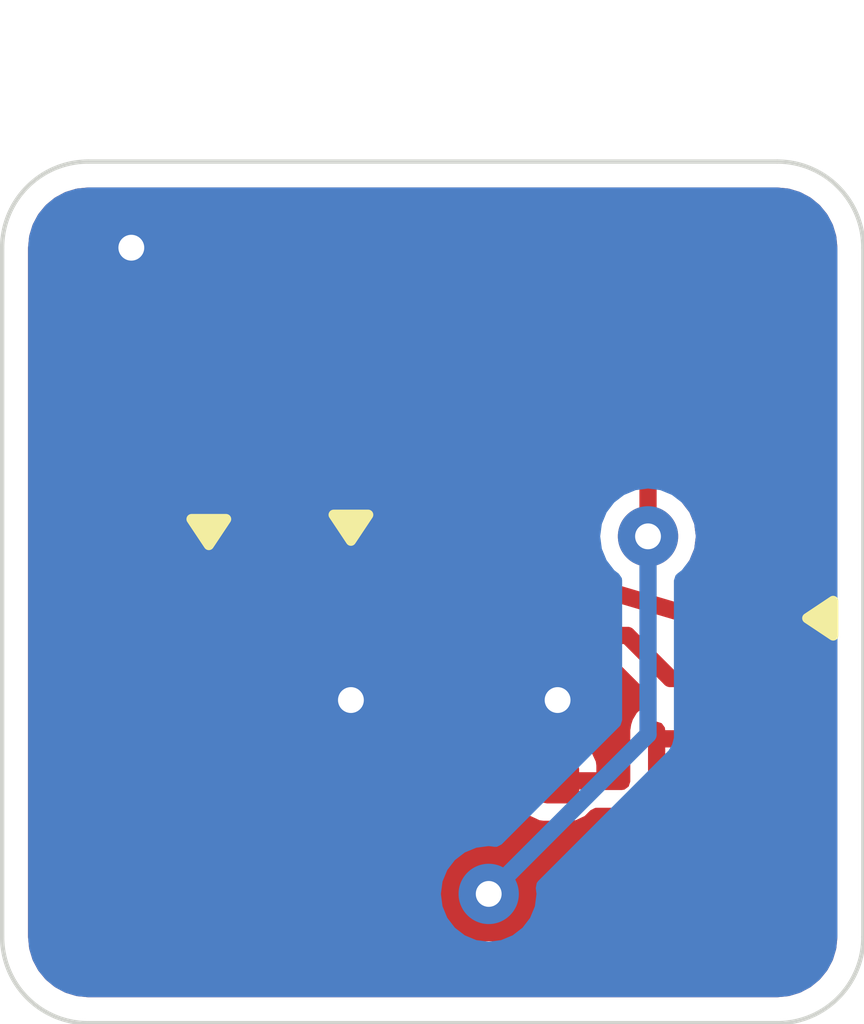
<source format=kicad_pcb>
(kicad_pcb (version 20240108) (generator "pcbnew") (generator_version "8.0")
  (layers (0 "F.Cu" signal) (31 "B.Cu" signal) (34 "B.Paste" user) (35 "F.Paste" user) (36 "B.SilkS" user "B.Silkscreen") (37 "F.SilkS" user "F.Silkscreen") (38 "B.Mask" user) (39 "F.Mask" user) (44 "Edge.Cuts" user))
  (net 0 "")
  (net 1 "GND")
  (net 4 "3.3V")
  (net 5 "SCL")
  (net 6 "SDA")
  (footprint "1projectfootprints:GCT_BC034-08-A-V-0150-L-C" (layer "F.Cu") (at 150.5 86.05)
    (property "Reference" "CONN1" (hide yes))
    (property "Value" "Conn_01x08_Pin" (hide yes))
    (pad "1" smd roundrect (at -3.5 0) (size 0.5 2) (layers "F.Cu" "F.Paste" "F.Mask") (net 1 "GND"))
    (pad "2" smd roundrect (at -2.5 0) (size 0.5 2) (layers "F.Cu" "F.Paste" "F.Mask") (net 4 "3.3V"))
    (pad "3" smd roundrect (at -1.5 0) (size 0.5 2) (layers "F.Cu" "F.Paste" "F.Mask") (net 5 "SCL"))
    (pad "4" smd roundrect (at -0.5 0) (size 0.5 2) (layers "F.Cu" "F.Paste" "F.Mask") (net 6 "SDA"))
    (pad "5" smd roundrect (at 0.5 0) (size 0.5 2) (layers "F.Cu" "F.Paste" "F.Mask") (net 6 "SDA"))
    (pad "6" smd roundrect (at 1.5 0) (size 0.5 2) (layers "F.Cu" "F.Paste" "F.Mask") (net 5 "SCL"))
    (pad "7" smd roundrect (at 2.5 0) (size 0.5 2) (layers "F.Cu" "F.Paste" "F.Mask") (net 4 "3.3V"))
    (pad "8" smd roundrect (at 3.5 0) (size 0.5 2) (layers "F.Cu" "F.Paste" "F.Mask") (net 1 "GND"))
  )
  (footprint "1projectfootprints:TSL2591" (layer "F.Cu") (at 147.25 89.3 -90)
    (property "Reference" "IC3" (hide yes))
    (property "Value" "TSL25911FN" (hide yes))
    (fp_poly (pts (xy -1.85 -0.45) (xy -1.85 -0.85) (xy -1.55 -0.65)) (stroke (width 0.12)) (fill solid) (layer "F.SilkS"))
    (pad "1" smd roundrect (at -0.75 -0.65 270) (size 1.2 0.35) (layers "F.Cu" "F.Paste" "F.Mask") (roundrect_rratio 0.2) (net 5 "SCL"))
    (pad "2" smd roundrect (at -0.75 0 270) (size 1.2 0.35) (layers "F.Cu" "F.Paste" "F.Mask") (roundrect_rratio 0.2))
    (pad "3" smd roundrect (at -0.75 0.65 270) (size 1.2 0.35) (layers "F.Cu" "F.Paste" "F.Mask") (roundrect_rratio 0.2) (net 1 "GND"))
    (pad "4" smd roundrect (at 0.75 0.65 270) (size 1.2 0.35) (layers "F.Cu" "F.Paste" "F.Mask") (roundrect_rratio 0.2))
    (pad "5" smd roundrect (at 0.75 0 270) (size 1.2 0.35) (layers "F.Cu" "F.Paste" "F.Mask") (roundrect_rratio 0.2) (net 4 "3.3V"))
    (pad "6" smd roundrect (at 0.75 -0.65 270) (size 1.2 0.35) (layers "F.Cu" "F.Paste" "F.Mask") (roundrect_rratio 0.2) (net 6 "SDA"))
  )
  (footprint "1projectfootprints:BME68X" (layer "F.Cu") (at 150.75 89.3)
    (property "Reference" "IC1" (hide yes))
    (property "Value" "BME690" (hide yes))
    (fp_poly (pts (xy -1.4 -1.9) (xy -1 -1.9) (xy -1.2 -1.6)) (stroke (width 0.12)) (fill solid) (layer "F.SilkS"))
    (pad "1" smd roundrect (at -1.2 -1.1875) (size 0.5 0.525) (layers "F.Cu" "F.Paste" "F.Mask") (net 1 "GND"))
    (pad "2" smd roundrect (at -0.4 -1.1875) (size 0.5 0.525) (layers "F.Cu" "F.Paste" "F.Mask") (net 4 "3.3V"))
    (pad "3" smd roundrect (at 0.4 -1.1875) (size 0.5 0.525) (layers "F.Cu" "F.Paste" "F.Mask") (net 6 "SDA"))
    (pad "4" smd roundrect (at 1.2 -1.1875) (size 0.5 0.525) (layers "F.Cu" "F.Paste" "F.Mask") (net 5 "SCL"))
    (pad "5" smd roundrect (at 1.2 1.1875) (size 0.5 0.525) (layers "F.Cu" "F.Paste" "F.Mask") (net 1 "GND"))
    (pad "6" smd roundrect (at 0.4 1.1875) (size 0.5 0.525) (layers "F.Cu" "F.Paste" "F.Mask") (net 4 "3.3V"))
    (pad "7" smd roundrect (at -0.4 1.1875) (size 0.5 0.525) (layers "F.Cu" "F.Paste" "F.Mask") (net 1 "GND"))
    (pad "8" smd roundrect (at -1.2 1.1875) (size 0.5 0.525) (layers "F.Cu" "F.Paste" "F.Mask") (net 4 "3.3V"))
  )
  (footprint "1projectfootprints:SHT4X" (layer "F.Cu") (at 154 89.3 -90)
    (property "Reference" "IC2" (hide yes))
    (property "Value" "SHT40-BD1B-R2" (hide yes))
    (fp_poly (pts (xy -0.9 -1.15) (xy -0.5 -1.15) (xy -0.7 -0.85)) (stroke (width 0.12)) (fill solid) (layer "F.SilkS"))
    (pad "1" smd roundrect (at -0.7 -0.4 270) (size 0.6 0.4) (layers "F.Cu" "F.Paste" "F.Mask") (roundrect_rratio 0.2) (net 6 "SDA"))
    (pad "2" smd roundrect (at -0.7 0.4 270) (size 0.6 0.4) (layers "F.Cu" "F.Paste" "F.Mask") (roundrect_rratio 0.2) (net 5 "SCL"))
    (pad "3" smd roundrect (at 0.7 0.4 270) (size 0.6 0.4) (layers "F.Cu" "F.Paste" "F.Mask") (roundrect_rratio 0.2) (net 4 "3.3V"))
    (pad "4" smd roundrect (at 0.7 -0.4 270) (size 0.6 0.4) (layers "F.Cu" "F.Paste" "F.Mask") (roundrect_rratio 0.2) (net 1 "GND"))
  )
  (footprint "1projectfootprints:C_0603_nominal" (layer "F.Cu") (at 147.5 91.8 180)
    (property "Reference" "C2" (hide yes))
    (property "Value" "100nF" (hide yes))
    (pad "1" smd roundrect (at -0.75 0 180) (size 0.88 0.98) (layers "F.Cu" "F.Paste" "F.Mask") (net 4 "3.3V"))
    (pad "2" smd roundrect (at 0.75 0 180) (size 0.88 0.98) (layers "F.Cu" "F.Paste" "F.Mask") (net 1 "GND"))
  )
  (footprint "1projectfootprints:C_0603_nominal" (layer "F.Cu") (at 153.5 91.8)
    (property "Reference" "C3" (hide yes))
    (property "Value" "100nF" (hide yes))
    (pad "1" smd roundrect (at -0.75 0) (size 0.88 0.98) (layers "F.Cu" "F.Paste" "F.Mask") (net 4 "3.3V"))
    (pad "2" smd roundrect (at 0.75 0) (size 0.88 0.98) (layers "F.Cu" "F.Paste" "F.Mask") (net 1 "GND"))
  )
  (gr_line (start 155.5 84.3) (end 155.5 92.3) (stroke (width 0.05)) (layer "Edge.Cuts"))
  (gr_line (start 154.5 93.3) (end 146.5 93.3) (stroke (width 0.05)) (layer "Edge.Cuts"))
  (gr_arc (start 155.5 92.3) (mid 155.207107 93.007107) (end 154.5 93.3) (stroke (width 0.05)) (layer "Edge.Cuts"))
  (gr_arc (start 146.5 93.3) (mid 145.792893 93.007107) (end 145.5 92.3) (stroke (width 0.05)) (layer "Edge.Cuts"))
  (gr_arc (start 145.5 84.3) (mid 145.792893 83.592893) (end 146.5 83.3) (stroke (width 0.05)) (layer "Edge.Cuts"))
  (gr_line (start 146.5 83.3) (end 154.5 83.3) (stroke (width 0.05)) (layer "Edge.Cuts"))
  (gr_arc (start 154.5 83.3) (mid 155.207107 83.592893) (end 155.5 84.3) (stroke (width 0.05)) (layer "Edge.Cuts"))
  (gr_line (start 145.5 92.3) (end 145.5 84.3) (stroke (width 0.05)) (layer "Edge.Cuts"))
  (via (at 149.55 89.55) (size 0.7) (drill 0.3) (layers "F.Cu" "B.Cu") (net 1))
  (via (at 151.95 89.55) (size 0.7) (drill 0.3) (layers "F.Cu" "B.Cu") (net 1))
  (via (at 147 84.3) (size 0.7) (drill 0.3) (layers "F.Cu" "B.Cu") (net 1))
  (segment (start 148 84.85) (end 148.502253 84.347747) (width 0.2) (layer "F.Cu") (net 4))
  (segment (start 153 84.85) (end 153 86.05) (width 0.2) (layer "F.Cu") (net 4))
  (segment (start 148.502253 84.347747) (end 152.497747 84.347747) (width 0.2) (layer "F.Cu") (net 4))
  (segment (start 148 86.05) (end 148 84.85) (width 0.2) (layer "F.Cu") (net 4))
  (segment (start 152.75 91.8) (end 152.75 91.75) (width 0.2) (layer "F.Cu") (net 4))
  (segment (start 150.35 88.1125) (end 151.15 90.4875) (width 0.2) (layer "F.Cu") (net 4))
  (segment (start 153 86.05) (end 153 87.65) (width 0.2) (layer "F.Cu") (net 4))
  (segment (start 152.497747 84.347747) (end 153 84.85) (width 0.2) (layer "F.Cu") (net 4))
  (via (at 153 87.65) (size 0.7) (drill 0.3) (layers "F.Cu" "B.Cu") (net 4))
  (via (at 151.15 91.8) (size 0.7) (drill 0.3) (layers "F.Cu" "B.Cu") (net 4))
  (segment (start 153 87.65) (end 153 89.95) (width 0.2) (layer "B.Cu") (net 4))
  (segment (start 153 89.95) (end 151.15 91.8) (width 0.2) (layer "B.Cu") (net 4))
  (segment (start 152 84.747747) (end 152 86.05) (width 0.2) (layer "F.Cu") (net 5))
  (segment (start 152 86.05) (end 151.95 88.1125) (width 0.2) (layer "F.Cu") (net 5))
  (segment (start 149 84.747747) (end 152 84.747747) (width 0.2) (layer "F.Cu") (net 5))
  (segment (start 151.95 88.1125) (end 153.6 88.6) (width 0.2) (layer "F.Cu") (net 5))
  (segment (start 149 86.05) (end 149 84.747747) (width 0.2) (layer "F.Cu") (net 5))
  (segment (start 149 86.8) (end 149 86.05) (width 0.2) (layer "F.Cu") (net 5))
  (segment (start 147.9 87.9) (end 149 86.8) (width 0.2) (layer "F.Cu") (net 5))
  (segment (start 147.9 88.55) (end 147.9 87.9) (width 0.2) (layer "F.Cu") (net 5))
  (segment (start 154.4 88.75) (end 154.4 88.6) (width 0.2) (layer "F.Cu") (net 6))
  (segment (start 151.15 88.1125) (end 151.15 88.374999) (width 0.2) (layer "F.Cu") (net 6))
  (segment (start 150 86.05) (end 151 86.05) (width 0.2) (layer "F.Cu") (net 6))
  (segment (start 148.8 88.875) (end 148.8 87.923873) (width 0.2) (layer "F.Cu") (net 6))
  (segment (start 153.85 89.3) (end 154.4 88.75) (width 0.2) (layer "F.Cu") (net 6))
  (segment (start 151.15 88.374999) (end 151.575001 88.8) (width 0.2) (layer "F.Cu") (net 6))
  (segment (start 147.9 89.775) (end 148.8 88.875) (width 0.2) (layer "F.Cu") (net 6))
  (segment (start 152.760191 88.8) (end 153.260191 89.3) (width 0.2) (layer "F.Cu") (net 6))
  (segment (start 148.8 87.923873) (end 150 86.723873) (width 0.2) (layer "F.Cu") (net 6))
  (segment (start 147.9 90.05) (end 147.9 89.775) (width 0.2) (layer "F.Cu") (net 6))
  (segment (start 150 86.723873) (end 150 86.05) (width 0.2) (layer "F.Cu") (net 6))
  (segment (start 151 86.05) (end 151.15 88.1125) (width 0.2) (layer "F.Cu") (net 6))
  (segment (start 153.260191 89.3) (end 153.85 89.3) (width 0.2) (layer "F.Cu") (net 6))
  (segment (start 151.575001 88.8) (end 152.760191 88.8) (width 0.2) (layer "F.Cu") (net 6))
  (zone (net 4) (net_name "3.3V") (layer "F.Cu") (priority 1) (connect_pads (clearance 0.2)) (min_thickness 0.2) (fill yes (thermal_gap 0.2) (thermal_bridge_width 0.2))
    (polygon (pts (xy 147.5 92.35) (xy 147.5 91.05) (xy 147.05 91.05) (xy 147.05 89.3) (xy 147.5 89.3) (xy 147.5 90.3) (xy 151.5 90.3) (xy 151.5 90.8) (xy 153 90.8) (xy 153 89.8) (xy 153.85 89.8) (xy 153.85 92.35)))
  )
  (zone (net 1) (net_name "GND") (layers "F&B.Cu") (connect_pads (clearance 0.2)) (min_thickness 0.2) (fill yes (thermal_gap 0.2) (thermal_bridge_width 0.2))
    (polygon (pts (xy 145.5 83.3) (xy 155.5 83.3) (xy 155.5 93.3) (xy 145.5 93.3)))
  )
)
</source>
